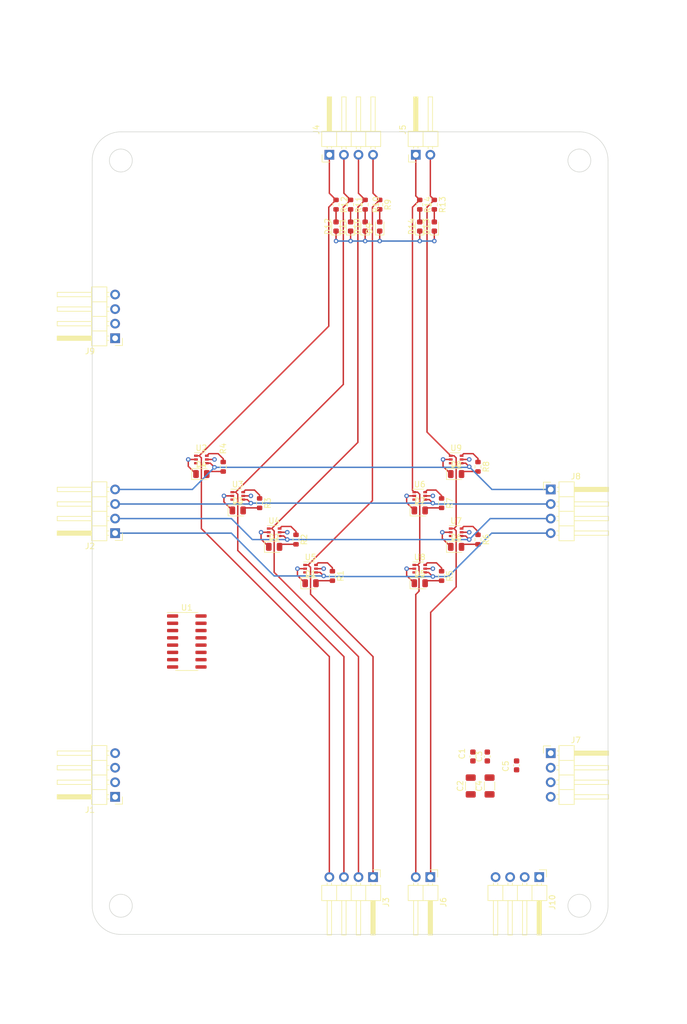
<source format=kicad_pcb>
(kicad_pcb (version 20221018) (generator pcbnew)
  (layers (0 "F.Cu" signal) (31 "B.Cu" signal) (34 "B.Paste" user) (35 "F.Paste" user) (36 "B.SilkS" user "B.Silkscreen") (37 "F.SilkS" user "F.Silkscreen") (38 "B.Mask" user) (39 "F.Mask" user) (44 "Edge.Cuts" user))
  (net 0 "")
  (net 1 "+3.3VP")
  (net 2 "GND")
  (net 3 "+3V3")
  (net 4 "Net-(D1-A)")
  (net 5 "Net-(D2-A)")
  (net 6 "Net-(D3-A)")
  (net 7 "Net-(D4-A)")
  (net 8 "Net-(D5-A)")
  (net 9 "Net-(D6-A)")
  (net 10 "Net-(D7-A)")
  (net 11 "Net-(D8-A)")
  (net 12 "Net-(D9-A)")
  (net 13 "Net-(D10-A)")
  (net 14 "Net-(D11-A)")
  (net 15 "Net-(D12-A)")
  (net 16 "Net-(D13-A)")
  (net 17 "Net-(D14-A)")
  (net 18 "/s_0")
  (net 19 "/s_1")
  (net 20 "/s_2")
  (net 21 "/s_3")
  (net 22 "bus_0")
  (net 23 "bus_1")
  (net 24 "bus_2")
  (net 25 "bus_3")
  (net 26 "prio_1")
  (net 27 "prio_0")
  (net 28 "LATCH")
  (net 29 "MOSI")
  (net 30 "SCLK")
  (net 31 "MISO")
  (net 32 "xp_0")
  (net 33 "xp_1")
  (net 34 "xp_2")
  (net 35 "xp_3")
  (net 36 "xp_4")
  (net 37 "xp_5")
  (net 38 "xp_6")
  (net 39 "xp_7")
  (footprint "Connector_PinHeader_2.54mm:PinHeader_1x04_P2.54mm_Horizontal" (layer "F.Cu") (at 109 170 -90)
    (fp_text reference "J3" (at 4.385 -2.27 90) (layer "F.SilkS"))
    (fp_text value "Conn_01x04")
    (pad "1" thru_hole rect locked (at 0 0 270) (size 1.7 1.7) (drill 1) (layers "*.Cu" "*.Mask") (net 22 "bus_0"))
    (pad "2" thru_hole oval locked (at 0 2.54 270) (size 1.7 1.7) (drill 1) (layers "*.Cu" "*.Mask") (net 23 "bus_1"))
    (pad "3" thru_hole oval locked (at 0 5.08 270) (size 1.7 1.7) (drill 1) (layers "*.Cu" "*.Mask") (net 24 "bus_2"))
    (pad "4" thru_hole oval locked (at 0 7.62 270) (size 1.7 1.7) (drill 1) (layers "*.Cu" "*.Mask") (net 25 "bus_3"))
  )
  (footprint "LED_SMD:LED_0805_2012Metric" (layer "F.Cu") (at 85.4 106.04)
    (fp_text reference "D3" (at 0 -1.65) (layer "F.SilkS"))
    (fp_text value "LED (green)")
    (pad "1" smd roundrect (at -0.9375 0) (size 0.975 1.4) (layers "F.Cu" "F.Paste" "F.Mask") (net 2 "GND"))
    (pad "2" smd roundrect (at 0.9375 0) (size 0.975 1.4) (layers "F.Cu" "F.Paste" "F.Mask") (net 6 "Net-(D3-A)"))
  )
  (footprint "Package_TO_SOT_SMD:SOT-363_SC-70-6" (layer "F.Cu") (at 91.75 109.85)
    (fp_text reference "U4" (at 0 -2) (layer "F.SilkS"))
    (fp_text value "NC7SB3157P6X")
    (pad "1" smd rect (at -0.95 -0.65) (size 0.65 0.4) (layers "F.Cu" "F.Paste" "F.Mask") (net 23 "bus_1"))
    (pad "2" smd rect (at -0.95 0) (size 0.65 0.4) (layers "F.Cu" "F.Paste" "F.Mask") (net 2 "GND"))
    (pad "3" smd rect (at -0.95 0.65) (size 0.65 0.4) (layers "F.Cu" "F.Paste" "F.Mask"))
    (pad "4" smd rect (at 0.95 0.65) (size 0.65 0.4) (layers "F.Cu" "F.Paste" "F.Mask") (net 19 "/s_1"))
    (pad "5" smd rect (at 0.95 0) (size 0.65 0.4) (layers "F.Cu" "F.Paste" "F.Mask") (net 1 "+3.3VP"))
    (pad "6" smd rect (at 0.95 -0.65) (size 0.65 0.4) (layers "F.Cu" "F.Paste" "F.Mask") (net 33 "xp_1"))
  )
  (footprint "Capacitor_SMD:C_0603_1608Metric" (layer "F.Cu") (at 128.935 148.9625 90)
    (fp_text reference "C3" (at 0 -1.43 90) (layer "F.SilkS"))
    (fp_text value "100n")
    (pad "1" smd roundrect (at -0.775 0 90) (size 0.9 0.95) (layers "F.Cu" "F.Paste" "F.Mask") (net 3 "+3V3"))
    (pad "2" smd roundrect (at 0.775 0 90) (size 0.9 0.95) (layers "F.Cu" "F.Paste" "F.Mask") (net 2 "GND"))
  )
  (footprint "LED_SMD:LED_0603_1608Metric" (layer "F.Cu") (at 110.165 56.51 90)
    (fp_text reference "D9" (at -0.3425 -1.805 90) (layer "F.SilkS"))
    (fp_text value "LED (blue)")
    (pad "1" smd roundrect (at -0.7875 0 90) (size 0.875 0.95) (layers "F.Cu" "F.Paste" "F.Mask") (net 2 "GND"))
    (pad "2" smd roundrect (at 0.7875 0 90) (size 0.875 0.95) (layers "F.Cu" "F.Paste" "F.Mask") (net 12 "Net-(D9-A)"))
  )
  (footprint "Resistor_SMD:R_1206_3216Metric" (layer "F.Cu") (at 126.04 154.1075 90)
    (fp_text reference "C2" (at 0 -1.82 90) (layer "F.SilkS"))
    (fp_text value "22u")
    (pad "1" smd roundrect (at -1.4625 0 90) (size 1.125 1.75) (layers "F.Cu" "F.Paste" "F.Mask") (roundrect_rratio 0.222222) (net 1 "+3.3VP"))
    (pad "2" smd roundrect (at 1.4625 0 90) (size 1.125 1.75) (layers "F.Cu" "F.Paste" "F.Mask") (roundrect_rratio 0.222222) (net 2 "GND"))
  )
  (footprint "LED_SMD:LED_0805_2012Metric" (layer "F.Cu") (at 117.15 118.74)
    (fp_text reference "D5" (at 0 -1.65) (layer "F.SilkS"))
    (fp_text value "LED (green)")
    (pad "1" smd roundrect (at -0.9375 0) (size 0.975 1.4) (layers "F.Cu" "F.Paste" "F.Mask") (net 2 "GND"))
    (pad "2" smd roundrect (at 0.9375 0) (size 0.975 1.4) (layers "F.Cu" "F.Paste" "F.Mask") (net 8 "Net-(D5-A)"))
  )
  (footprint "Resistor_SMD:R_0603_1608Metric" (layer "F.Cu") (at 102.545 52.7 -90)
    (fp_text reference "R12" (at 0 -1.43 90) (layer "F.SilkS"))
    (fp_text value "10k")
    (pad "1" smd roundrect (at -0.825 0 270) (size 0.8 0.95) (layers "F.Cu" "F.Paste" "F.Mask") (net 25 "bus_3"))
    (pad "2" smd roundrect (at 0.825 0 270) (size 0.8 0.95) (layers "F.Cu" "F.Paste" "F.Mask") (net 15 "Net-(D12-A)"))
  )
  (footprint "LED_SMD:LED_0805_2012Metric" (layer "F.Cu") (at 79.05 99.69)
    (fp_text reference "D4" (at 0 -1.65) (layer "F.SilkS"))
    (fp_text value "LED (green)")
    (pad "1" smd roundrect (at -0.9375 0) (size 0.975 1.4) (layers "F.Cu" "F.Paste" "F.Mask") (net 2 "GND"))
    (pad "2" smd roundrect (at 0.9375 0) (size 0.975 1.4) (layers "F.Cu" "F.Paste" "F.Mask") (net 7 "Net-(D4-A)"))
  )
  (footprint "Resistor_SMD:R_0603_1608Metric" (layer "F.Cu") (at 127.31 111.12 -90)
    (fp_text reference "R6" (at 0 -1.43 90) (layer "F.SilkS"))
    (fp_text value "10k")
    (pad "1" smd roundrect (at -0.825 0 270) (size 0.8 0.95) (layers "F.Cu" "F.Paste" "F.Mask") (net 37 "xp_5"))
    (pad "2" smd roundrect (at 0.825 0 270) (size 0.8 0.95) (layers "F.Cu" "F.Paste" "F.Mask") (net 9 "Net-(D6-A)"))
  )
  (footprint "Connector_PinHeader_2.54mm:PinHeader_1x02_P2.54mm_Horizontal" (layer "F.Cu") (at 116.46 44 90)
    (fp_text reference "J5" (at 4.385 -2.27 90) (layer "F.SilkS"))
    (fp_text value "Conn_01x02")
    (pad "1" thru_hole rect locked (at 0 0 90) (size 1.7 1.7) (drill 1) (layers "*.Cu" "*.Mask") (net 26 "prio_1"))
    (pad "2" thru_hole oval locked (at 0 2.54 90) (size 1.7 1.7) (drill 1) (layers "*.Cu" "*.Mask") (net 27 "prio_0"))
  )
  (footprint "Resistor_SMD:R_0603_1608Metric" (layer "F.Cu") (at 101.91 117.47 -90)
    (fp_text reference "R1" (at 0 -1.43 90) (layer "F.SilkS"))
    (fp_text value "10k")
    (pad "1" smd roundrect (at -0.825 0 270) (size 0.8 0.95) (layers "F.Cu" "F.Paste" "F.Mask") (net 32 "xp_0"))
    (pad "2" smd roundrect (at 0.825 0 270) (size 0.8 0.95) (layers "F.Cu" "F.Paste" "F.Mask") (net 4 "Net-(D1-A)"))
  )
  (footprint "Resistor_SMD:R_0603_1608Metric" (layer "F.Cu") (at 110.165 52.7 -90)
    (fp_text reference "R9" (at 0 -1.43 90) (layer "F.SilkS"))
    (fp_text value "10k")
    (pad "1" smd roundrect (at -0.825 0 270) (size 0.8 0.95) (layers "F.Cu" "F.Paste" "F.Mask") (net 22 "bus_0"))
    (pad "2" smd roundrect (at 0.825 0 270) (size 0.8 0.95) (layers "F.Cu" "F.Paste" "F.Mask") (net 12 "Net-(D9-A)"))
  )
  (footprint "Resistor_SMD:R_0603_1608Metric" (layer "F.Cu") (at 127.31 98.42 -90)
    (fp_text reference "R8" (at 0 -1.43 90) (layer "F.SilkS"))
    (fp_text value "10k")
    (pad "1" smd roundrect (at -0.825 0 270) (size 0.8 0.95) (layers "F.Cu" "F.Paste" "F.Mask") (net 39 "xp_7"))
    (pad "2" smd roundrect (at 0.825 0 270) (size 0.8 0.95) (layers "F.Cu" "F.Paste" "F.Mask") (net 11 "Net-(D8-A)"))
  )
  (footprint "LED_SMD:LED_0805_2012Metric" (layer "F.Cu") (at 117.15 106.04)
    (fp_text reference "D7" (at 0 -1.65) (layer "F.SilkS"))
    (fp_text value "LED (green)")
    (pad "1" smd roundrect (at -0.9375 0) (size 0.975 1.4) (layers "F.Cu" "F.Paste" "F.Mask") (net 2 "GND"))
    (pad "2" smd roundrect (at 0.9375 0) (size 0.975 1.4) (layers "F.Cu" "F.Paste" "F.Mask") (net 10 "Net-(D7-A)"))
  )
  (footprint "Resistor_SMD:R_0603_1608Metric" (layer "F.Cu") (at 120.96 117.47 -90)
    (fp_text reference "R5" (at 0 -1.43 90) (layer "F.SilkS"))
    (fp_text value "10k")
    (pad "1" smd roundrect (at -0.825 0 270) (size 0.8 0.95) (layers "F.Cu" "F.Paste" "F.Mask") (net 36 "xp_4"))
    (pad "2" smd roundrect (at 0.825 0 270) (size 0.8 0.95) (layers "F.Cu" "F.Paste" "F.Mask") (net 8 "Net-(D5-A)"))
  )
  (footprint "Package_TO_SOT_SMD:SOT-363_SC-70-6" (layer "F.Cu") (at 98.1 116.2)
    (fp_text reference "U5" (at 0 -2) (layer "F.SilkS"))
    (fp_text value "NC7SB3157P6X")
    (pad "1" smd rect (at -0.95 -0.65) (size 0.65 0.4) (layers "F.Cu" "F.Paste" "F.Mask") (net 22 "bus_0"))
    (pad "2" smd rect (at -0.95 0) (size 0.65 0.4) (layers "F.Cu" "F.Paste" "F.Mask") (net 2 "GND"))
    (pad "3" smd rect (at -0.95 0.65) (size 0.65 0.4) (layers "F.Cu" "F.Paste" "F.Mask"))
    (pad "4" smd rect (at 0.95 0.65) (size 0.65 0.4) (layers "F.Cu" "F.Paste" "F.Mask") (net 18 "/s_0"))
    (pad "5" smd rect (at 0.95 0) (size 0.65 0.4) (layers "F.Cu" "F.Paste" "F.Mask") (net 1 "+3.3VP"))
    (pad "6" smd rect (at 0.95 -0.65) (size 0.65 0.4) (layers "F.Cu" "F.Paste" "F.Mask") (net 32 "xp_0"))
  )
  (footprint "Connector_PinHeader_2.54mm:PinHeader_1x04_P2.54mm_Horizontal" (layer "F.Cu") (at 140 148.38)
    (fp_text reference "J7" (at 4.385 -2.27) (layer "F.SilkS"))
    (fp_text value "Conn_01x04")
    (pad "1" thru_hole rect locked (at 0 0) (size 1.7 1.7) (drill 1) (layers "*.Cu" "*.Mask") (net 1 "+3.3VP"))
    (pad "2" thru_hole oval locked (at 0 2.54) (size 1.7 1.7) (drill 1) (layers "*.Cu" "*.Mask") (net 2 "GND"))
    (pad "3" thru_hole oval locked (at 0 5.08) (size 1.7 1.7) (drill 1) (layers "*.Cu" "*.Mask") (net 2 "GND"))
    (pad "4" thru_hole oval locked (at 0 7.62) (size 1.7 1.7) (drill 1) (layers "*.Cu" "*.Mask") (net 3 "+3V3"))
  )
  (footprint "Connector_PinHeader_2.54mm:PinHeader_1x04_P2.54mm_Horizontal" (layer "F.Cu") (at 64 156 180)
    (fp_text reference "J1" (at 4.385 -2.27) (layer "F.SilkS"))
    (fp_text value "Conn_01x04")
    (pad "1" thru_hole rect locked (at 0 0 180) (size 1.7 1.7) (drill 1) (layers "*.Cu" "*.Mask") (net 3 "+3V3"))
    (pad "2" thru_hole oval locked (at 0 2.54 180) (size 1.7 1.7) (drill 1) (layers "*.Cu" "*.Mask") (net 2 "GND"))
    (pad "3" thru_hole oval locked (at 0 5.08 180) (size 1.7 1.7) (drill 1) (layers "*.Cu" "*.Mask") (net 2 "GND"))
    (pad "4" thru_hole oval locked (at 0 7.62 180) (size 1.7 1.7) (drill 1) (layers "*.Cu" "*.Mask") (net 1 "+3.3VP"))
  )
  (footprint "Connector_PinHeader_2.54mm:PinHeader_1x04_P2.54mm_Horizontal" (layer "F.Cu") (at 64 76 180)
    (fp_text reference "J9" (at 4.385 -2.27) (layer "F.SilkS"))
    (fp_text value "Conn_01x04")
    (pad "1" thru_hole rect locked (at 0 0 180) (size 1.7 1.7) (drill 1) (layers "*.Cu" "*.Mask") (net 2 "GND"))
    (pad "2" thru_hole oval locked (at 0 2.54 180) (size 1.7 1.7) (drill 1) (layers "*.Cu" "*.Mask") (net 28 "LATCH"))
    (pad "3" thru_hole oval locked (at 0 5.08 180) (size 1.7 1.7) (drill 1) (layers "*.Cu" "*.Mask") (net 29 "MOSI"))
    (pad "4" thru_hole oval locked (at 0 7.62 180) (size 1.7 1.7) (drill 1) (layers "*.Cu" "*.Mask") (net 30 "SCLK"))
  )
  (footprint "LED_SMD:LED_0805_2012Metric" (layer "F.Cu") (at 123.5 112.39)
    (fp_text reference "D6" (at 0 -1.65) (layer "F.SilkS"))
    (fp_text value "LED (green)")
    (pad "1" smd roundrect (at -0.9375 0) (size 0.975 1.4) (layers "F.Cu" "F.Paste" "F.Mask") (net 2 "GND"))
    (pad "2" smd roundrect (at 0.9375 0) (size 0.975 1.4) (layers "F.Cu" "F.Paste" "F.Mask") (net 9 "Net-(D6-A)"))
  )
  (footprint "LED_SMD:LED_0805_2012Metric" (layer "F.Cu") (at 98.1 118.74)
    (fp_text reference "D1" (at 0 -1.65) (layer "F.SilkS"))
    (fp_text value "LED (green)")
    (pad "1" smd roundrect (at -0.9375 0) (size 0.975 1.4) (layers "F.Cu" "F.Paste" "F.Mask") (net 2 "GND"))
    (pad "2" smd roundrect (at 0.9375 0) (size 0.975 1.4) (layers "F.Cu" "F.Paste" "F.Mask") (net 4 "Net-(D1-A)"))
  )
  (footprint "Package_TO_SOT_SMD:SOT-363_SC-70-6" (layer "F.Cu") (at 123.5 97.15)
    (fp_text reference "U9" (at 0 -2) (layer "F.SilkS"))
    (fp_text value "NC7SB3157P6X")
    (pad "1" smd rect (at -0.95 -0.65) (size 0.65 0.4) (layers "F.Cu" "F.Paste" "F.Mask") (net 27 "prio_0"))
    (pad "2" smd rect (at -0.95 0) (size 0.65 0.4) (layers "F.Cu" "F.Paste" "F.Mask") (net 2 "GND"))
    (pad "3" smd rect (at -0.95 0.65) (size 0.65 0.4) (layers "F.Cu" "F.Paste" "F.Mask"))
    (pad "4" smd rect (at 0.95 0.65) (size 0.65 0.4) (layers "F.Cu" "F.Paste" "F.Mask") (net 21 "/s_3"))
    (pad "5" smd rect (at 0.95 0) (size 0.65 0.4) (layers "F.Cu" "F.Paste" "F.Mask") (net 1 "+3.3VP"))
    (pad "6" smd rect (at 0.95 -0.65) (size 0.65 0.4) (layers "F.Cu" "F.Paste" "F.Mask") (net 39 "xp_7"))
  )
  (footprint "Resistor_SMD:R_0603_1608Metric" (layer "F.Cu") (at 105.085 52.7 -90)
    (fp_text reference "R11" (at 0 -1.43 90) (layer "F.SilkS"))
    (fp_text value "10k")
    (pad "1" smd roundrect (at -0.825 0 270) (size 0.8 0.95) (layers "F.Cu" "F.Paste" "F.Mask") (net 24 "bus_2"))
    (pad "2" smd roundrect (at 0.825 0 270) (size 0.8 0.95) (layers "F.Cu" "F.Paste" "F.Mask") (net 14 "Net-(D11-A)"))
  )
  (footprint "Resistor_SMD:R_0603_1608Metric" (layer "F.Cu") (at 107.625 52.7 -90)
    (fp_text reference "R10" (at 0 -1.895 90) (layer "F.SilkS"))
    (fp_text value "10k")
    (pad "1" smd roundrect (at -0.825 0 270) (size 0.8 0.95) (layers "F.Cu" "F.Paste" "F.Mask") (net 23 "bus_1"))
    (pad "2" smd roundrect (at 0.825 0 270) (size 0.8 0.95) (layers "F.Cu" "F.Paste" "F.Mask") (net 13 "Net-(D10-A)"))
  )
  (footprint "LED_SMD:LED_0805_2012Metric" (layer "F.Cu") (at 123.5 99.69)
    (fp_text reference "D8" (at 0 -1.65) (layer "F.SilkS"))
    (fp_text value "LED (green)")
    (pad "1" smd roundrect (at -0.9375 0) (size 0.975 1.4) (layers "F.Cu" "F.Paste" "F.Mask") (net 2 "GND"))
    (pad "2" smd roundrect (at 0.9375 0) (size 0.975 1.4) (layers "F.Cu" "F.Paste" "F.Mask") (net 11 "Net-(D8-A)"))
  )
  (footprint "Resistor_SMD:R_0603_1608Metric" (layer "F.Cu") (at 119.69 52.7 -90)
    (fp_text reference "R13" (at 0 -1.43 90) (layer "F.SilkS"))
    (fp_text value "10k")
    (pad "1" smd roundrect (at -0.825 0 270) (size 0.8 0.95) (layers "F.Cu" "F.Paste" "F.Mask") (net 27 "prio_0"))
    (pad "2" smd roundrect (at 0.825 0 270) (size 0.8 0.95) (layers "F.Cu" "F.Paste" "F.Mask") (net 16 "Net-(D13-A)"))
  )
  (footprint "Resistor_SMD:R_1206_3216Metric" (layer "F.Cu") (at 129.33 154.1075 90)
    (fp_text reference "C4" (at 0 -1.82 90) (layer "F.SilkS"))
    (fp_text value "22u")
    (pad "1" smd roundrect (at -1.4625 0 90) (size 1.125 1.75) (layers "F.Cu" "F.Paste" "F.Mask") (roundrect_rratio 0.222222) (net 3 "+3V3"))
    (pad "2" smd roundrect (at 1.4625 0 90) (size 1.125 1.75) (layers "F.Cu" "F.Paste" "F.Mask") (roundrect_rratio 0.222222) (net 2 "GND"))
  )
  (footprint "Connector_PinHeader_2.54mm:PinHeader_1x04_P2.54mm_Horizontal" (layer "F.Cu") (at 64 110 180)
    (fp_text reference "J2" (at 4.385 -2.27) (layer "F.SilkS"))
    (fp_text value "Conn_01x04")
    (pad "1" thru_hole rect locked (at 0 0 180) (size 1.7 1.7) (drill 1) (layers "*.Cu" "*.Mask") (net 18 "/s_0"))
    (pad "2" thru_hole oval locked (at 0 2.54 180) (size 1.7 1.7) (drill 1) (layers "*.Cu" "*.Mask") (net 19 "/s_1"))
    (pad "3" thru_hole oval locked (at 0 5.08 180) (size 1.7 1.7) (drill 1) (layers "*.Cu" "*.Mask") (net 20 "/s_2"))
    (pad "4" thru_hole oval locked (at 0 7.62 180) (size 1.7 1.7) (drill 1) (layers "*.Cu" "*.Mask") (net 21 "/s_3"))
  )
  (footprint "LED_SMD:LED_0603_1608Metric" (layer "F.Cu") (at 102.545 56.51 90)
    (fp_text reference "D12" (at 0 -1.43 90) (layer "F.SilkS"))
    (fp_text value "LED (blue)")
    (pad "1" smd roundrect (at -0.7875 0 90) (size 0.875 0.95) (layers "F.Cu" "F.Paste" "F.Mask") (net 2 "GND"))
    (pad "2" smd roundrect (at 0.7875 0 90) (size 0.875 0.95) (layers "F.Cu" "F.Paste" "F.Mask") (net 15 "Net-(D12-A)"))
  )
  (footprint "Package_TO_SOT_SMD:SOT-363_SC-70-6" (layer "F.Cu") (at 123.5 109.85)
    (fp_text reference "U7" (at 0 -2) (layer "F.SilkS"))
    (fp_text value "NC7SB3157P6X")
    (pad "1" smd rect (at -0.95 -0.65) (size 0.65 0.4) (layers "F.Cu" "F.Paste" "F.Mask") (net 27 "prio_0"))
    (pad "2" smd rect (at -0.95 0) (size 0.65 0.4) (layers "F.Cu" "F.Paste" "F.Mask") (net 2 "GND"))
    (pad "3" smd rect (at -0.95 0.65) (size 0.65 0.4) (layers "F.Cu" "F.Paste" "F.Mask"))
    (pad "4" smd rect (at 0.95 0.65) (size 0.65 0.4) (layers "F.Cu" "F.Paste" "F.Mask") (net 19 "/s_1"))
    (pad "5" smd rect (at 0.95 0) (size 0.65 0.4) (layers "F.Cu" "F.Paste" "F.Mask") (net 1 "+3.3VP"))
    (pad "6" smd rect (at 0.95 -0.65) (size 0.65 0.4) (layers "F.Cu" "F.Paste" "F.Mask") (net 37 "xp_5"))
  )
  (footprint "Capacitor_SMD:C_0603_1608Metric" (layer "F.Cu") (at 126.425 148.9625 90)
    (fp_text reference "C1" (at 0.495 -1.905 90) (layer "F.SilkS"))
    (fp_text value "100n")
    (pad "1" smd roundrect (at -0.775 0 90) (size 0.9 0.95) (layers "F.Cu" "F.Paste" "F.Mask") (net 1 "+3.3VP"))
    (pad "2" smd roundrect (at 0.775 0 90) (size 0.9 0.95) (layers "F.Cu" "F.Paste" "F.Mask") (net 2 "GND"))
  )
  (footprint "Package_TO_SOT_SMD:SOT-363_SC-70-6" (layer "F.Cu") (at 117.15 116.2)
    (fp_text reference "U8" (at 0 -2) (layer "F.SilkS"))
    (fp_text value "NC7SB3157P6X")
    (pad "1" smd rect (at -0.95 -0.65) (size 0.65 0.4) (layers "F.Cu" "F.Paste" "F.Mask") (net 26 "prio_1"))
    (pad "2" smd rect (at -0.95 0) (size 0.65 0.4) (layers "F.Cu" "F.Paste" "F.Mask") (net 2 "GND"))
    (pad "3" smd rect (at -0.95 0.65) (size 0.65 0.4) (layers "F.Cu" "F.Paste" "F.Mask"))
    (pad "4" smd rect (at 0.95 0.65) (size 0.65 0.4) (layers "F.Cu" "F.Paste" "F.Mask") (net 18 "/s_0"))
    (pad "5" smd rect (at 0.95 0) (size 0.65 0.4) (layers "F.Cu" "F.Paste" "F.Mask") (net 1 "+3.3VP"))
    (pad "6" smd rect (at 0.95 -0.65) (size 0.65 0.4) (layers "F.Cu" "F.Paste" "F.Mask") (net 36 "xp_4"))
  )
  (footprint "LED_SMD:LED_0603_1608Metric" (layer "F.Cu") (at 107.625 56.51 90)
    (fp_text reference "D10" (at 0 -1.43 90) (layer "F.SilkS"))
    (fp_text value "LED (blue)")
    (pad "1" smd roundrect (at -0.7875 0 90) (size 0.875 0.95) (layers "F.Cu" "F.Paste" "F.Mask") (net 2 "GND"))
    (pad "2" smd roundrect (at 0.7875 0 90) (size 0.875 0.95) (layers "F.Cu" "F.Paste" "F.Mask") (net 13 "Net-(D10-A)"))
  )
  (footprint "LED_SMD:LED_0603_1608Metric" (layer "F.Cu") (at 119.69 56.51 90)
    (fp_text reference "D13" (at 0 -1.43 90) (layer "F.SilkS"))
    (fp_text value "LED (blue)")
    (pad "1" smd roundrect (at -0.7875 0 90) (size 0.875 0.95) (layers "F.Cu" "F.Paste" "F.Mask") (net 2 "GND"))
    (pad "2" smd roundrect (at 0.7875 0 90) (size 0.875 0.95) (layers "F.Cu" "F.Paste" "F.Mask") (net 16 "Net-(D13-A)"))
  )
  (footprint "Connector_PinHeader_2.54mm:PinHeader_1x04_P2.54mm_Horizontal" (layer "F.Cu") (at 138 170 -90)
    (fp_text reference "J10" (at 4.385 -2.27 90) (layer "F.SilkS"))
    (fp_text value "Conn_01x04")
    (pad "1" thru_hole rect locked (at 0 0 270) (size 1.7 1.7) (drill 1) (layers "*.Cu" "*.Mask") (net 2 "GND"))
    (pad "2" thru_hole oval locked (at 0 2.54 270) (size 1.7 1.7) (drill 1) (layers "*.Cu" "*.Mask") (net 28 "LATCH"))
    (pad "3" thru_hole oval locked (at 0 5.08 270) (size 1.7 1.7) (drill 1) (layers "*.Cu" "*.Mask") (net 31 "MISO"))
    (pad "4" thru_hole oval locked (at 0 7.62 270) (size 1.7 1.7) (drill 1) (layers "*.Cu" "*.Mask") (net 30 "SCLK"))
  )
  (footprint "Package_TO_SOT_SMD:SOT-363_SC-70-6" (layer "F.Cu") (at 117.15 103.5)
    (fp_text reference "U6" (at 0 -2) (layer "F.SilkS"))
    (fp_text value "NC7SB3157P6X")
    (pad "1" smd rect (at -0.95 -0.65) (size 0.65 0.4) (layers "F.Cu" "F.Paste" "F.Mask") (net 26 "prio_1"))
    (pad "2" smd rect (at -0.95 0) (size 0.65 0.4) (layers "F.Cu" "F.Paste" "F.Mask") (net 2 "GND"))
    (pad "3" smd rect (at -0.95 0.65) (size 0.65 0.4) (layers "F.Cu" "F.Paste" "F.Mask"))
    (pad "4" smd rect (at 0.95 0.65) (size 0.65 0.4) (layers "F.Cu" "F.Paste" "F.Mask") (net 20 "/s_2"))
    (pad "5" smd rect (at 0.95 0) (size 0.65 0.4) (layers "F.Cu" "F.Paste" "F.Mask") (net 1 "+3.3VP"))
    (pad "6" smd rect (at 0.95 -0.65) (size 0.65 0.4) (layers "F.Cu" "F.Paste" "F.Mask") (net 38 "xp_6"))
  )
  (footprint "Resistor_SMD:R_0603_1608Metric" (layer "F.Cu") (at 89.21 104.77 -90)
    (fp_text reference "R3" (at 0 -1.43 90) (layer "F.SilkS"))
    (fp_text value "10k")
    (pad "1" smd roundrect (at -0.825 0 270) (size 0.8 0.95) (layers "F.Cu" "F.Paste" "F.Mask") (net 34 "xp_2"))
    (pad "2" smd roundrect (at 0.825 0 270) (size 0.8 0.95) (layers "F.Cu" "F.Paste" "F.Mask") (net 6 "Net-(D3-A)"))
  )
  (footprint "Capacitor_SMD:C_0603_1608Metric" (layer "F.Cu") (at 134.045 150.5125 90)
    (fp_text reference "C5" (at -0.14 -1.905 90) (layer "F.SilkS"))
    (fp_text value "100n")
    (pad "1" smd roundrect (at -0.775 0 90) (size 0.9 0.95) (layers "F.Cu" "F.Paste" "F.Mask") (net 1 "+3.3VP"))
    (pad "2" smd roundrect (at 0.775 0 90) (size 0.9 0.95) (layers "F.Cu" "F.Paste" "F.Mask") (net 2 "GND"))
  )
  (footprint "LED_SMD:LED_0805_2012Metric" (layer "F.Cu") (at 91.75 112.39)
    (fp_text reference "D2" (at 0 -1.65) (layer "F.SilkS"))
    (fp_text value "LED (green)")
    (pad "1" smd roundrect (at -0.9375 0) (size 0.975 1.4) (layers "F.Cu" "F.Paste" "F.Mask") (net 2 "GND"))
    (pad "2" smd roundrect (at 0.9375 0) (size 0.975 1.4) (layers "F.Cu" "F.Paste" "F.Mask") (net 5 "Net-(D2-A)"))
  )
  (footprint "LED_SMD:LED_0603_1608Metric" (layer "F.Cu") (at 117.15 56.51 90)
    (fp_text reference "D14" (at 0 -1.43 90) (layer "F.SilkS"))
    (fp_text value "LED (blue)")
    (pad "1" smd roundrect (at -0.7875 0 90) (size 0.875 0.95) (layers "F.Cu" "F.Paste" "F.Mask") (net 2 "GND"))
    (pad "2" smd roundrect (at 0.7875 0 90) (size 0.875 0.95) (layers "F.Cu" "F.Paste" "F.Mask") (net 17 "Net-(D14-A)"))
  )
  (footprint "Resistor_SMD:R_0603_1608Metric" (layer "F.Cu") (at 120.96 104.77 -90)
    (fp_text reference "R7" (at 0 -1.43 90) (layer "F.SilkS"))
    (fp_text value "10k")
    (pad "1" smd roundrect (at -0.825 0 270) (size 0.8 0.95) (layers "F.Cu" "F.Paste" "F.Mask") (net 38 "xp_6"))
    (pad "2" smd roundrect (at 0.825 0 270) (size 0.8 0.95) (layers "F.Cu" "F.Paste" "F.Mask") (net 10 "Net-(D7-A)"))
  )
  (footprint "Package_TO_SOT_SMD:SOT-363_SC-70-6" (layer "F.Cu") (at 85.4 103.5)
    (fp_text reference "U3" (at 0 -2) (layer "F.SilkS"))
    (fp_text value "NC7SB3157P6X")
    (pad "1" smd rect (at -0.95 -0.65) (size 0.65 0.4) (layers "F.Cu" "F.Paste" "F.Mask") (net 24 "bus_2"))
    (pad "2" smd rect (at -0.95 0) (size 0.65 0.4) (layers "F.Cu" "F.Paste" "F.Mask") (net 2 "GND"))
    (pad "3" smd rect (at -0.95 0.65) (size 0.65 0.4) (layers "F.Cu" "F.Paste" "F.Mask"))
    (pad "4" smd rect (at 0.95 0.65) (size 0.65 0.4) (layers "F.Cu" "F.Paste" "F.Mask") (net 20 "/s_2"))
    (pad "5" smd rect (at 0.95 0) (size 0.65 0.4) (layers "F.Cu" "F.Paste" "F.Mask") (net 1 "+3.3VP"))
    (pad "6" smd rect (at 0.95 -0.65) (size 0.65 0.4) (layers "F.Cu" "F.Paste" "F.Mask") (net 34 "xp_2"))
  )
  (footprint "Connector_PinHeader_2.54mm:PinHeader_1x04_P2.54mm_Horizontal" (layer "F.Cu") (at 101.38 44 90)
    (fp_text reference "J4" (at 4.385 -2.27 90) (layer "F.SilkS"))
    (fp_text value "Conn_01x04")
    (pad "1" thru_hole rect locked (at 0 0 90) (size 1.7 1.7) (drill 1) (layers "*.Cu" "*.Mask") (net 25 "bus_3"))
    (pad "2" thru_hole oval locked (at 0 2.54 90) (size 1.7 1.7) (drill 1) (layers "*.Cu" "*.Mask") (net 24 "bus_2"))
    (pad "3" thru_hole oval locked (at 0 5.08 90) (size 1.7 1.7) (drill 1) (layers "*.Cu" "*.Mask") (net 23 "bus_1"))
    (pad "4" thru_hole oval locked (at 0 7.62 90) (size 1.7 1.7) (drill 1) (layers "*.Cu" "*.Mask") (net 22 "bus_0"))
  )
  (footprint "Connector_PinHeader_2.54mm:PinHeader_1x02_P2.54mm_Horizontal" (layer "F.Cu") (at 119 170 -90)
    (fp_text reference "J6" (at 4.385 -2.27 90) (layer "F.SilkS"))
    (fp_text value "Conn_01x02")
    (pad "1" thru_hole rect locked (at 0 0 270) (size 1.7 1.7) (drill 1) (layers "*.Cu" "*.Mask") (net 27 "prio_0"))
    (pad "2" thru_hole oval locked (at 0 2.54 270) (size 1.7 1.7) (drill 1) (layers "*.Cu" "*.Mask") (net 26 "prio_1"))
  )
  (footprint "Package_TO_SOT_SMD:SOT-363_SC-70-6" (layer "F.Cu") (at 79.05 97.15)
    (fp_text reference "U2" (at 0 -2) (layer "F.SilkS"))
    (fp_text value "NC7SB3157P6X")
    (pad "1" smd rect (at -0.95 -0.65) (size 0.65 0.4) (layers "F.Cu" "F.Paste" "F.Mask") (net 25 "bus_3"))
    (pad "2" smd rect (at -0.95 0) (size 0.65 0.4) (layers "F.Cu" "F.Paste" "F.Mask") (net 2 "GND"))
    (pad "3" smd rect (at -0.95 0.65) (size 0.65 0.4) (layers "F.Cu" "F.Paste" "F.Mask"))
    (pad "4" smd rect (at 0.95 0.65) (size 0.65 0.4) (layers "F.Cu" "F.Paste" "F.Mask") (net 21 "/s_3"))
    (pad "5" smd rect (at 0.95 0) (size 0.65 0.4) (layers "F.Cu" "F.Paste" "F.Mask") (net 1 "+3.3VP"))
    (pad "6" smd rect (at 0.95 -0.65) (size 0.65 0.4) (layers "F.Cu" "F.Paste" "F.Mask") (net 35 "xp_3"))
  )
  (footprint "Connector_PinHeader_2.54mm:PinHeader_1x04_P2.54mm_Horizontal" (layer "F.Cu") (at 140 102.38)
    (fp_text reference "J8" (at 4.385 -2.27) (layer "F.SilkS"))
    (fp_text value "Conn_01x04")
    (pad "1" thru_hole rect locked (at 0 0) (size 1.7 1.7) (drill 1) (layers "*.Cu" "*.Mask") (net 21 "/s_3"))
    (pad "2" thru_hole oval locked (at 0 2.54) (size 1.7 1.7) (drill 1) (layers "*.Cu" "*.Mask") (net 20 "/s_2"))
    (pad "3" thru_hole oval locked (at 0 5.08) (size 1.7 1.7) (drill 1) (layers "*.Cu" "*.Mask") (net 19 "/s_1"))
    (pad "4" thru_hole oval locked (at 0 7.62) (size 1.7 1.7) (drill 1) (layers "*.Cu" "*.Mask") (net 18 "/s_0"))
  )
  (footprint "Resistor_SMD:R_0603_1608Metric" (layer "F.Cu") (at 82.86 98.42 -90)
    (fp_text reference "R4" (at -3.175 0 90) (layer "F.SilkS"))
    (fp_text value "10k")
    (pad "1" smd roundrect (at -0.825 0 270) (size 0.8 0.95) (layers "F.Cu" "F.Paste" "F.Mask") (net 35 "xp_3"))
    (pad "2" smd roundrect (at 0.825 0 270) (size 0.8 0.95) (layers "F.Cu" "F.Paste" "F.Mask") (net 7 "Net-(D4-A)"))
  )
  (footprint "Package_SO:SOIC-16_3.9x9.9mm_P1.27mm" (layer "F.Cu") (at 76.51 128.9)
    (fp_text reference "U1" (at 0 -5.9) (layer "F.SilkS"))
    (fp_text value "74HC595")
    (pad "1" smd roundrect (at -2.475 -4.445) (size 1.95 0.6) (layers "F.Cu" "F.Paste" "F.Mask") (net 33 "xp_1"))
    (pad "2" smd roundrect (at -2.475 -3.175) (size 1.95 0.6) (layers "F.Cu" "F.Paste" "F.Mask") (net 34 "xp_2"))
    (pad "3" smd roundrect (at -2.475 -1.905) (size 1.95 0.6) (layers "F.Cu" "F.Paste" "F.Mask") (net 35 "xp_3"))
    (pad "4" smd roundrect (at -2.475 -0.635) (size 1.95 0.6) (layers "F.Cu" "F.Paste" "F.Mask") (net 36 "xp_4"))
    (pad "5" smd roundrect (at -2.475 0.635) (size 1.95 0.6) (layers "F.Cu" "F.Paste" "F.Mask") (net 37 "xp_5"))
    (pad "6" smd roundrect (at -2.475 1.905) (size 1.95 0.6) (layers "F.Cu" "F.Paste" "F.Mask") (net 38 "xp_6"))
    (pad "7" smd roundrect (at -2.475 3.175) (size 1.95 0.6) (layers "F.Cu" "F.Paste" "F.Mask") (net 39 "xp_7"))
    (pad "8" smd roundrect (at -2.475 4.445) (size 1.95 0.6) (layers "F.Cu" "F.Paste" "F.Mask") (net 2 "GND"))
    (pad "9" smd roundrect (at 2.475 4.445) (size 1.95 0.6) (layers "F.Cu" "F.Paste" "F.Mask") (net 31 "MISO"))
    (pad "10" smd roundrect (at 2.475 3.175) (size 1.95 0.6) (layers "F.Cu" "F.Paste" "F.Mask") (net 1 "+3.3VP"))
    (pad "11" smd roundrect (at 2.475 1.905) (size 1.95 0.6) (layers "F.Cu" "F.Paste" "F.Mask") (net 30 "SCLK"))
    (pad "12" smd roundrect (at 2.475 0.635) (size 1.95 0.6) (layers "F.Cu" "F.Paste" "F.Mask") (net 28 "LATCH"))
    (pad "13" smd roundrect (at 2.475 -0.635) (size 1.95 0.6) (layers "F.Cu" "F.Paste" "F.Mask") (net 2 "GND"))
    (pad "14" smd roundrect (at 2.475 -1.905) (size 1.95 0.6) (layers "F.Cu" "F.Paste" "F.Mask") (net 29 "MOSI"))
    (pad "15" smd roundrect (at 2.475 -3.175) (size 1.95 0.6) (layers "F.Cu" "F.Paste" "F.Mask") (net 32 "xp_0"))
    (pad "16" smd roundrect (at 2.475 -4.445) (size 1.95 0.6) (layers "F.Cu" "F.Paste" "F.Mask") (net 1 "+3.3VP"))
  )
  (footprint "LED_SMD:LED_0603_1608Metric" (layer "F.Cu") (at 105.085 56.51 90)
    (fp_text reference "D11" (at 0 -1.43 90) (layer "F.SilkS"))
    (fp_text value "LED (blue)")
    (pad "1" smd roundrect (at -0.7875 0 90) (size 0.875 0.95) (layers "F.Cu" "F.Paste" "F.Mask") (net 2 "GND"))
    (pad "2" smd roundrect (at 0.7875 0 90) (size 0.875 0.95) (layers "F.Cu" "F.Paste" "F.Mask") (net 14 "Net-(D11-A)"))
  )
  (footprint "Resistor_SMD:R_0603_1608Metric" (layer "F.Cu") (at 117.15 52.7 -90)
    (fp_text reference "R14" (at 0 -1.43 90) (layer "F.SilkS"))
    (fp_text value "10k")
    (pad "1" smd roundrect (at -0.825 0 270) (size 0.8 0.95) (layers "F.Cu" "F.Paste" "F.Mask") (net 26 "prio_1"))
    (pad "2" smd roundrect (at 0.825 0 270) (size 0.8 0.95) (layers "F.Cu" "F.Paste" "F.Mask") (net 17 "Net-(D14-A)"))
  )
  (footprint "Resistor_SMD:R_0603_1608Metric" (layer "F.Cu") (at 95.56 111.12 -90)
    (fp_text reference "R2" (at 0 -1.43 90) (layer "F.SilkS"))
    (fp_text value "10k")
    (pad "1" smd roundrect (at -0.825 0 270) (size 0.8 0.95) (layers "F.Cu" "F.Paste" "F.Mask") (net 33 "xp_1"))
    (pad "2" smd roundrect (at 0.825 0 270) (size 0.8 0.95) (layers "F.Cu" "F.Paste" "F.Mask") (net 5 "Net-(D2-A)"))
  )
  (gr_arc (start 60 45) (mid 61.464466 41.464466) (end 65 40) (stroke (width 0.1)) (layer "Edge.Cuts"))
  (gr_arc (start 145 40) (mid 148.535534 41.464466) (end 150 45) (stroke (width 0.1)) (layer "Edge.Cuts"))
  (gr_circle (center 145 175) (end 145 177) (stroke (width 0.1)) (fill none) (layer "Edge.Cuts"))
  (gr_line (start 60 175) (end 60 45) (stroke (width 0.1)) (layer "Edge.Cuts"))
  (gr_line (start 145 180) (end 65 180) (stroke (width 0.1)) (layer "Edge.Cuts"))
  (gr_arc (start 65 180) (mid 61.464466 178.535534) (end 60 175) (stroke (width 0.1)) (layer "Edge.Cuts"))
  (gr_line (start 145 40) (end 65 40) (stroke (width 0.1)) (layer "Edge.Cuts"))
  (gr_circle (center 65 175) (end 63 175) (stroke (width 0.1)) (fill none) (layer "Edge.Cuts"))
  (gr_line (start 150 175) (end 150 45) (stroke (width 0.1)) (layer "Edge.Cuts"))
  (gr_arc (start 150 175) (mid 148.535534 178.535534) (end 145 180) (stroke (width 0.1)) (layer "Edge.Cuts"))
  (gr_circle (center 65 45) (end 67 45) (stroke (width 0.1)) (fill none) (layer "Edge.Cuts"))
  (gr_circle (center 145 45) (end 147 45) (stroke (width 0.1)) (fill none) (layer "Edge.Cuts"))
  (segment (start 118.1 116.2) (end 119.436 116.2) (width 0.25) (layer "F.Cu") (net 1))
  (segment (start 86.35 103.5) (end 87.686 103.5) (width 0.25) (layer "F.Cu") (net 1))
  (segment (start 124.45 109.85) (end 125.786 109.85) (width 0.25) (layer "F.Cu") (net 1))
  (segment (start 124.45 97.15) (end 125.786 97.15) (width 0.25) (layer "F.Cu") (net 1))
  (segment (start 118.1 103.5) (end 119.436 103.5) (width 0.25) (layer "F.Cu") (net 1))
  (segment (start 92.7 109.85) (end 94.036 109.85) (width 0.25) (layer "F.Cu") (net 1))
  (segment (start 99.05 116.2) (end 100.386 116.2) (width 0.25) (layer "F.Cu") (net 1))
  (segment (start 80 97.15) (end 81.336 97.15) (width 0.25) (layer "F.Cu") (net 1))
  (via (at 119.436 103.5) (size 0.8) (drill 0.4) (layers "F.Cu" "B.Cu") (net 1))
  (via (at 119.436 116.2) (size 0.8) (drill 0.4) (layers "F.Cu" "B.Cu") (net 1))
  (via (at 94.036 109.85) (size 0.8) (drill 0.4) (layers "F.Cu" "B.Cu") (net 1))
  (via (at 100.386 116.2) (size 0.8) (drill 0.4) (layers "F.Cu" "B.Cu") (net 1))
  (via (at 87.686 103.5) (size 0.8) (drill 0.4) (layers "F.Cu" "B.Cu") (net 1))
  (via (at 81.336 97.15) (size 0.8) (drill 0.4) (layers "F.Cu" "B.Cu") (net 1))
  (via (at 125.786 109.85) (size 0.8) (drill 0.4) (layers "F.Cu" "B.Cu") (net 1))
  (via (at 125.786 97.15) (size 0.8) (drill 0.4) (layers "F.Cu" "B.Cu") (net 1))
  (segment (start 114.864 117.3915) (end 114.864 116.2) (width 0.25) (layer "F.Cu") (net 2))
  (segment (start 116.2125 106.04) (end 114.864 104.6915) (width 0.25) (layer "F.Cu") (net 2))
  (segment (start 90.8125 112.39) (end 89.464 111.0415) (width 0.25) (layer "F.Cu") (net 2))
  (segment (start 97.1625 118.74) (end 95.814 117.3915) (width 0.25) (layer "F.Cu") (net 2))
  (segment (start 110.165 57.2975) (end 110.165 59.05) (width 0.25) (layer "F.Cu") (net 2))
  (segment (start 97.15 116.2) (end 95.814 116.2) (width 0.25) (layer "F.Cu") (net 2))
  (segment (start 119.69 57.2975) (end 119.69 59.05) (width 0.25) (layer "F.Cu") (net 2))
  (segment (start 89.464 111.0415) (end 89.464 109.85) (width 0.25) (layer "F.Cu") (net 2))
  (segment (start 76.764 98.3415) (end 76.764 97.15) (width 0.25) (layer "F.Cu") (net 2))
  (segment (start 122.5625 99.69) (end 121.214 98.3415) (width 0.25) (layer "F.Cu") (net 2))
  (segment (start 78.1125 99.69) (end 76.764 98.3415) (width 0.25) (layer "F.Cu") (net 2))
  (segment (start 84.45 103.5) (end 82.987 103.5) (width 0.25) (layer "F.Cu") (net 2))
  (segment (start 122.55 97.15) (end 121.214 97.15) (width 0.25) (layer "F.Cu") (net 2))
  (segment (start 89.464 109.85) (end 90.8 109.85) (width 0.25) (layer "F.Cu") (net 2))
  (segment (start 114.864 104.6915) (end 114.864 103.5) (width 0.25) (layer "F.Cu") (net 2))
  (segment (start 105.085 57.2975) (end 105.085 59.05) (width 0.25) (layer "F.Cu") (net 2))
  (segment (start 122.5625 112.39) (end 121.087 110.9145) (width 0.25) (layer "F.Cu") (net 2))
  (segment (start 116.2 103.5) (end 114.864 103.5) (width 0.25) (layer "F.Cu") (net 2))
  (segment (start 122.55 109.85) (end 121.087 109.85) (width 0.25) (layer "F.Cu") (net 2))
  (segment (start 78.1 97.15) (end 76.764 97.15) (width 0.25) (layer "F.Cu") (net 2))
  (segment (start 116.2 116.2) (end 114.864 116.2) (width 0.25) (layer "F.Cu") (net 2))
  (segment (start 102.545 57.2975) (end 102.545 59.05) (width 0.25) (layer "F.Cu") (net 2))
  (segment (start 107.625 57.2975) (end 107.625 59.05) (width 0.25) (layer "F.Cu") (net 2))
  (segment (start 116.2125 118.74) (end 114.864 117.3915) (width 0.25) (layer "F.Cu") (net 2))
  (segment (start 82.987 104.5645) (end 82.987 103.5) (width 0.25) (layer "F.Cu") (net 2))
  (segment (start 95.814 117.3915) (end 95.814 116.2) (width 0.25) (layer "F.Cu") (net 2))
  (segment (start 117.15 57.2975) (end 117.15 59.05) (width 0.25) (layer "F.Cu") (net 2))
  (segment (start 121.087 110.9145) (end 121.087 109.85) (width 0.25) (layer "F.Cu") (net 2))
  (segment (start 84.4625 106.04) (end 82.987 104.5645) (width 0.25) (layer "F.Cu") (net 2))
  (segment (start 121.214 98.3415) (end 121.214 97.15) (width 0.25) (layer "F.Cu") (net 2))
  (via (at 121.214 97.15) (size 0.8) (drill 0.4) (layers "F.Cu" "B.Cu") (net 2))
  (via (at 119.69 59.05) (size 0.8) (drill 0.4) (layers "F.Cu" "B.Cu") (net 2))
  (via (at 117.15 59.05) (size 0.8) (drill 0.4) (layers "F.Cu" "B.Cu") (net 2))
  (via (at 82.987 103.5) (size 0.8) (drill 0.4) (layers "F.Cu" "B.Cu") (net 2))
  (via (at 76.764 97.15) (size 0.8) (drill 0.4) (layers "F.Cu" "B.Cu") (net 2))
  (via (at 89.464 109.85) (size 0.8) (drill 0.4) (layers "F.Cu" "B.Cu") (net 2))
  (via (at 121.087 109.85) (size 0.8) (drill 0.4) (layers "F.Cu" "B.Cu") (net 2))
  (via (at 114.864 103.5) (size 0.8) (drill 0.4) (layers "F.Cu" "B.Cu") (net 2))
  (via (at 95.814 116.2) (size 0.8) (drill 0.4) (layers "F.Cu" "B.Cu") (net 2))
  (via (at 105.085 59.05) (size 0.8) (drill 0.4) (layers "F.Cu" "B.Cu") (net 2))
  (via (at 107.625 59.05) (size 0.8) (drill 0.4) (layers "F.Cu" "B.Cu") (net 2))
  (via (at 114.864 116.2) (size 0.8) (drill 0.4) (layers "F.Cu" "B.Cu") (net 2))
  (via (at 102.545 59.05) (size 0.8) (drill 0.4) (layers "F.Cu" "B.Cu") (net 2))
  (via (at 110.165 59.05) (size 0.8) (drill 0.4) (layers "F.Cu" "B.Cu") (net 2))
  (segment (start 102.545 59.05) (end 119.69 59.05) (width 0.25) (layer "B.Cu") (net 2))
  (segment (start 99.4825 118.295) (end 99.0375 118.74) (width 0.25) (layer "F.Cu") (net 4))
  (segment (start 101.91 118.295) (end 99.4825 118.295) (width 0.25) (layer "F.Cu") (net 4))
  (segment (start 95.56 111.945) (end 93.1325 111.945) (width 0.25) (layer "F.Cu") (net 5))
  (segment (start 93.1325 111.945) (end 92.6875 112.39) (width 0.25) (layer "F.Cu") (net 5))
  (segment (start 89.21 105.595) (end 86.7825 105.595) (width 0.25) (layer "F.Cu") (net 6))
  (segment (start 86.7825 105.595) (end 86.3375 106.04) (width 0.25) (layer "F.Cu") (net 6))
  (segment (start 82.86 99.245) (end 80.4325 99.245) (width 0.25) (layer "F.Cu") (net 7))
  (segment (start 80.4325 99.245) (end 79.9875 99.69) (width 0.25) (layer "F.Cu") (net 7))
  (segment (start 120.96 118.295) (end 118.5325 118.295) (width 0.25) (layer "F.Cu") (net 8))
  (segment (start 118.5325 118.295) (end 118.0875 118.74) (width 0.25) (layer "F.Cu") (net 8))
  (segment (start 124.8825 111.945) (end 124.4375 112.39) (width 0.25) (layer "F.Cu") (net 9))
  (segment (start 127.31 111.945) (end 124.8825 111.945) (width 0.25) (layer "F.Cu") (net 9))
  (segment (start 120.96 105.595) (end 118.5325 105.595) (width 0.25) (layer "F.Cu") (net 10))
  (segment (start 118.5325 105.595) (end 118.0875 106.04) (width 0.25) (layer "F.Cu") (net 10))
  (segment (start 127.31 99.245) (end 124.8825 99.245) (width 0.25) (layer "F.Cu") (net 11))
  (segment (start 124.8825 99.245) (end 124.4375 99.69) (width 0.25) (layer "F.Cu") (net 11))
  (segment (start 110.165 53.525) (end 110.165 55.7225) (width 0.25) (layer "F.Cu") (net 12))
  (segment (start 107.625 53.525) (end 107.625 55.7225) (width 0.25) (layer "F.Cu") (net 13))
  (segment (start 105.085 53.525) (end 105.085 55.7225) (width 0.25) (layer "F.Cu") (net 14))
  (segment (start 102.545 53.525) (end 102.545 55.7225) (width 0.25) (layer "F.Cu") (net 15))
  (segment (start 119.69 53.525) (end 119.69 55.7225) (width 0.25) (layer "F.Cu") (net 16))
  (segment (start 117.15 53.525) (end 117.15 55.7225) (width 0.25) (layer "F.Cu") (net 17))
  (segment (start 118.689 116.85) (end 119.436 117.597) (width 0.25) (layer "F.Cu") (net 18))
  (segment (start 99.766 116.85) (end 99.05 116.85) (width 0.25) (layer "F.Cu") (net 18))
  (segment (start 119.436 117.597) (end 119.436 117.57) (width 0.25) (layer "F.Cu") (net 18))
  (segment (start 118.1 116.85) (end 118.689 116.85) (width 0.25) (layer "F.Cu") (net 18))
  (segment (start 100.386 117.47) (end 99.766 116.85) (width 0.25) (layer "F.Cu") (net 18))
  (via (at 119.436 117.57) (size 0.8) (drill 0.4) (layers "F.Cu" "B.Cu") (net 18))
  (via (at 100.386 117.47) (size 0.8) (drill 0.4) (layers "F.Cu" "B.Cu") (net 18))
  (segment (start 84.28 110) (end 91.75 117.47) (width 0.25) (layer "B.Cu") (net 18))
  (segment (start 129.7 110) (end 122.13 117.57) (width 0.25) (layer "B.Cu") (net 18))
  (segment (start 91.75 117.47) (end 100.386 117.47) (width 0.25) (layer "B.Cu") (net 18))
  (segment (start 140 110) (end 129.7 110) (width 0.25) (layer "B.Cu") (net 18))
  (segment (start 100.486 117.57) (end 100.386 117.47) (width 0.25) (layer "B.Cu") (net 18))
  (segment (start 119.436 117.57) (end 100.486 117.57) (width 0.25) (layer "B.Cu") (net 18))
  (segment (start 64 110) (end 84.28 110) (width 0.25) (layer "B.Cu") (net 18))
  (segment (start 122.13 117.57) (end 119.436 117.57) (width 0.25) (layer "B.Cu") (net 18))
  (segment (start 125.166 110.5) (end 125.786 111.12) (width 0.25) (layer "F.Cu") (net 19))
  (segment (start 124.45 110.5) (end 125.166 110.5) (width 0.25) (layer "F.Cu") (net 19))
  (segment (start 93.416 110.5) (end 92.7 110.5) (width 0.25) (layer "F.Cu") (net 19))
  (segment (start 94.036 111.12) (end 93.416 110.5) (width 0.25) (layer "F.Cu") (net 19))
  (via (at 125.786 111.12) (size 0.8) (drill 0.4) (layers "F.Cu" "B.Cu") (net 19))
  (via (at 94.036 111.12) (size 0.8) (drill 0.4) (layers "F.Cu" "B.Cu") (net 19))
  (segment (start 129.446 107.46) (end 125.786 111.12) (width 0.25) (layer "B.Cu") (net 19))
  (segment (start 84.28 107.46) (end 64 107.46) (width 0.25) (layer "B.Cu") (net 19))
  (segment (start 87.94 111.12) (end 84.28 107.46) (width 0.25) (layer "B.Cu") (net 19))
  (segment (start 94.036 111.12) (end 87.94 111.12) (width 0.25) (layer "B.Cu") (net 19))
  (segment (start 140 107.46) (end 129.446 107.46) (width 0.25) (layer "B.Cu") (net 19))
  (segment (start 125.786 111.12) (end 94.036 111.12) (width 0.25) (layer "B.Cu") (net 19))
  (segment (start 86.35 104.15) (end 87.066 104.15) (width 0.25) (layer "F.Cu") (net 20))
  (segment (start 87.066 104.15) (end 87.686 104.77) (width 0.25) (layer "F.Cu") (net 20))
  (segment (start 118.1 104.15) (end 118.816 104.15) (width 0.25) (layer "F.Cu") (net 20))
  (segment (start 118.816 104.15) (end 119.436 104.77) (width 0.25) (layer "F.Cu") (net 20))
  (via (at 87.686 104.77) (size 0.8) (drill 0.4) (layers "F.Cu" "B.Cu") (net 20))
  (via (at 119.436 104.77) (size 0.8) (drill 0.4) (layers "F.Cu" "B.Cu") (net 20))
  (segment (start 64 104.92) (end 87.536 104.92) (width 0.25) (layer "B.Cu") (net 20))
  (segment (start 87.686 104.77) (end 119.436 104.77) (width 0.25) (layer "B.Cu") (net 20))
  (segment (start 119.586 104.92) (end 140 104.92) (width 0.25) (layer "B.Cu") (net 20))
  (segment (start 119.436 104.77) (end 119.586 104.92) (width 0.25) (layer "B.Cu") (net 20))
  (segment (start 87.536 104.92) (end 87.686 104.77) (width 0.25) (layer "B.Cu") (net 20))
  (segment (start 80 97.8) (end 80.616 97.8) (width 0.25) (layer "F.Cu") (net 21))
  (segment (start 80.616 97.8) (end 81.336 98.52) (width 0.25) (layer "F.Cu") (net 21))
  (segment (start 125.166 97.8) (end 125.786 98.42) (width 0.25) (layer "F.Cu") (net 21))
  (segment (start 124.45 97.8) (end 125.166 97.8) (width 0.25) (layer "F.Cu") (net 21))
  (via (at 125.786 98.42) (size 0.8) (drill 0.4) (layers "F.Cu" "B.Cu") (net 21))
  (via (at 81.336 98.52) (size 0.8) (drill 0.4) (layers "F.Cu" "B.Cu") (net 21))
  (segment (start 125.686 98.52) (end 125.786 98.42) (width 0.25) (layer "B.Cu") (net 21))
  (segment (start 125.786 98.42) (end 129.746 102.38) (width 0.25) (layer "B.Cu") (net 21))
  (segment (start 77.476 102.38) (end 81.336 98.52) (width 0.25) (layer "B.Cu") (net 21))
  (segment (start 64 102.38) (end 77.476 102.38) (width 0.25) (layer "B.Cu") (net 21))
  (segment (start 129.746 102.38) (end 140 102.38) (width 0.25) (layer "B.Cu") (net 21))
  (segment (start 81.336 98.52) (end 125.686 98.52) (width 0.25) (layer "B.Cu") (net 21))
  (segment (start 110.165 51.875) (end 108.895 53.145) (width 0.25) (layer "F.Cu") (net 22))
  (segment (start 109 50.71) (end 110.165 51.875) (width 0.25) (layer "F.Cu") (net 22))
  (segment (start 108.895 104.33) (end 97.675 115.55) (width 0.25) (layer "F.Cu") (net 22))
  (segment (start 98.1 115.975) (end 97.675 115.55) (width 0.25) (layer "F.Cu") (net 22))
  (segment (start 109 44) (end 109 50.71) (width 0.25) (layer "F.Cu") (net 22))
  (segment (start 109 170) (end 109 131.545) (width 0.25) (layer "F.Cu") (net 22))
  (segment (start 108.895 53.145) (end 108.895 104.33) (width 0.25) (layer "F.Cu") (net 22))
  (segment (start 109 131.545) (end 98.1 120.645) (width 0.25) (layer "F.Cu") (net 22))
  (segment (start 98.1 120.645) (end 98.1 115.975) (width 0.25) (layer "F.Cu") (net 22))
  (segment (start 97.675 115.55) (end 97.15 115.55) (width 0.25) (layer "F.Cu") (net 22))
  (segment (start 106.46 44) (end 106.46 50.71) (width 0.25) (layer "F.Cu") (net 23))
  (segment (start 106.355 94.17) (end 91.325 109.2) (width 0.25) (layer "F.Cu") (net 23))
  (segment (start 106.46 170) (end 106.46 131.545) (width 0.25) (layer "F.Cu") (net 23))
  (segment (start 106.46 131.545) (end 91.75 116.835) (width 0.25) (layer "F.Cu") (net 23))
  (segment (start 106.355 53.145) (end 106.355 94.17) (width 0.25) (layer "F.Cu") (net 23))
  (segment (start 107.625 51.875) (end 106.355 53.145) (width 0.25) (layer "F.Cu") (net 23))
  (segment (start 91.325 109.2) (end 90.8 109.2) (width 0.25) (layer "F.Cu") (net 23))
  (segment (start 91.75 116.835) (end 91.75 109.625) (width 0.25) (layer "F.Cu") (net 23))
  (segment (start 91.75 109.625) (end 91.325 109.2) (width 0.25) (layer "F.Cu") (net 23))
  (segment (start 106.46 50.71) (end 107.625 51.875) (width 0.25) (layer "F.Cu") (net 23))
  (segment (start 103.815 53.145) (end 103.815 84.06) (width 0.25) (layer "F.Cu") (net 24))
  (segment (start 85.025 102.85) (end 84.45 102.85) (width 0.25) (layer "F.Cu") (net 24))
  (segment (start 85.4 103.225) (end 85.025 102.85) (width 0.25) (layer "F.Cu") (net 24))
  (segment (start 103.92 44) (end 103.92 50.71) (width 0.25) (layer "F.Cu") (net 24))
  (segment (start 103.815 84.06) (end 85.025 102.85) (width 0.25) (layer "F.Cu") (net 24))
  (segment (start 103.92 170) (end 103.92 131.545) (width 0.25) (layer "F.Cu") (net 24))
  (segment (start 105.085 51.875) (end 103.815 53.145) (width 0.25) (layer "F.Cu") (net 24))
  (segment (start 85.4 113.025) (end 85.4 103.225) (width 0.25) (layer "F.Cu") (net 24))
  (segment (start 103.92 50.71) (end 105.085 51.875) (width 0.25) (layer "F.Cu") (net 24))
  (segment (start 103.92 131.545) (end 85.4 113.025) (width 0.25) (layer "F.Cu") (net 24))
  (segment (start 101.38 44) (end 101.38 50.71) (width 0.25) (layer "F.Cu") (net 25))
  (segment (start 101.275 73.9) (end 78.675 96.5) (width 0.25) (layer "F.Cu") (net 25))
  (segment (start 101.38 131.545) (end 79.05 109.215) (width 0.25) (layer "F.Cu") (net 25))
  (segment (start 101.275 53.145) (end 101.275 73.9) (width 0.25) (layer "F.Cu") (net 25))
  (segment (start 79.05 96.875) (end 78.675 96.5) (width 0.25) (layer "F.Cu") (net 25))
  (segment (start 101.38 170) (end 101.38 131.545) (width 0.25) (layer "F.Cu") (net 25))
  (segment (start 78.675 96.5) (end 78.1 96.5) (width 0.25) (layer "F.Cu") (net 25))
  (segment (start 101.38 50.71) (end 102.545 51.875) (width 0.25) (layer "F.Cu") (net 25))
  (segment (start 102.545 51.875) (end 101.275 53.145) (width 0.25) (layer "F.Cu") (net 25))
  (segment (start 79.05 109.215) (end 79.05 96.875) (width 0.25) (layer "F.Cu") (net 25))
  (segment (start 116.775 115.55) (end 117.025 115.8) (width 0.25) (layer "F.Cu") (net 26))
  (segment (start 115.88 102.53) (end 116.2 102.85) (width 0.25) (layer "F.Cu") (net 26))
  (segment (start 117.025 115.8) (end 117.025 120.135) (width 0.25) (layer "F.Cu") (net 26))
  (segment (start 116.46 120.7) (end 116.46 170) (width 0.25) (layer "F.Cu") (net 26))
  (segment (start 116.2 102.85) (end 116.775 102.85) (width 0.25) (layer "F.Cu") (net 26))
  (segment (start 116.775 102.85) (end 117.15 103.225) (width 0.25) (layer "F.Cu") (net 26))
  (segment (start 116.2 115.55) (end 116.775 115.55) (width 0.25) (layer "F.Cu") (net 26))
  (segment (start 117.15 51.875) (end 115.88 53.145) (width 0.25) (layer "F.Cu") (net 26))
  (segment (start 117.025 120.135) (end 116.46 120.7) (width 0.25) (layer "F.Cu") (net 26))
  (segment (start 115.88 53.145) (end 115.88 102.53) (width 0.25) (layer "F.Cu") (net 26))
  (segment (start 116.46 51.185) (end 117.15 51.875) (width 0.25) (layer "F.Cu") (net 26))
  (segment (start 117.15 115.175) (end 116.775 115.55) (width 0.25) (layer "F.Cu") (net 26))
  (segment (start 116.46 44) (end 116.46 51.185) (width 0.25) (layer "F.Cu") (net 26))
  (segment (start 117.15 103.225) (end 117.15 115.175) (width 0.25) (layer "F.Cu") (net 26))
  (segment (start 119 51.185) (end 119.69 51.875) (width 0.25) (layer "F.Cu") (net 27))
  (segment (start 118.42 92.37) (end 122.55 96.5) (width 0.25) (layer "F.Cu") (net 27))
  (segment (start 122.55 109.2) (end 123.125 109.2) (width 0.25) (layer "F.Cu") (net 27))
  (segment (start 123.125 109.2) (end 123.5 109.575) (width 0.25) (layer "F.Cu") (net 27))
  (segment (start 118.42 53.145) (end 118.42 92.37) (width 0.25) (layer "F.Cu") (net 27))
  (segment (start 119.055 169.945) (end 119 170) (width 0.25) (layer "F.Cu") (net 27))
  (segment (start 123.125 96.5) (end 123.5 96.875) (width 0.25) (layer "F.Cu") (net 27))
  (segment (start 123.5 108.825) (end 123.125 109.2) (width 0.25) (layer "F.Cu") (net 27))
  (segment (start 123.5 119.375) (end 119.055 123.82) (width 0.25) (layer "F.Cu") (net 27))
  (segment (start 119.055 123.82) (end 119.055 169.945) (width 0.25) (layer "F.Cu") (net 27))
  (segment (start 123.5 109.575) (end 123.5 119.375) (width 0.25) (layer "F.Cu") (net 27))
  (segment (start 119 44) (end 119 51.185) (width 0.25) (layer "F.Cu") (net 27))
  (segment (start 119.69 51.875) (end 118.42 53.145) (width 0.25) (layer "F.Cu") (net 27))
  (segment (start 122.55 96.5) (end 123.125 96.5) (width 0.25) (layer "F.Cu") (net 27))
  (segment (start 123.5 96.875) (end 123.5 108.825) (width 0.25) (layer "F.Cu") (net 27))
  (segment (start 99.416 115.184) (end 101.0525 115.184) (width 0.25) (layer "F.Cu") (net 32))
  (segment (start 99.05 115.55) (end 99.416 115.184) (width 0.25) (layer "F.Cu") (net 32))
  (segment (start 101.0525 115.184) (end 101.91 116.0415) (width 0.25) (layer "F.Cu") (net 32))
  (segment (start 101.91 116.0415) (end 101.91 116.645) (width 0.25) (layer "F.Cu") (net 32))
  (segment (start 94.671 108.834) (end 95.56 109.723) (width 0.25) (layer "F.Cu") (net 33))
  (segment (start 92.7 109.2) (end 93.066 108.834) (width 0.25) (layer "F.Cu") (net 33))
  (segment (start 93.066 108.834) (end 94.671 108.834) (width 0.25) (layer "F.Cu") (net 33))
  (segment (start 95.56 109.723) (end 95.56 110.295) (width 0.25) (layer "F.Cu") (net 33))
  (segment (start 89.21 103.945) (end 89.21 103.373) (width 0.25) (layer "F.Cu") (net 34))
  (segment (start 89.21 103.373) (end 88.321 102.484) (width 0.25) (layer "F.Cu") (net 34))
  (segment (start 86.716 102.484) (end 88.321 102.484) (width 0.25) (layer "F.Cu") (net 34))
  (segment (start 86.35 102.85) (end 86.716 102.484) (width 0.25) (layer "F.Cu") (net 34))
  (segment (start 80 96.5) (end 80.366 96.134) (width 0.25) (layer "F.Cu") (net 35))
  (segment (start 80.366 96.134) (end 81.971 96.134) (width 0.25) (layer "F.Cu") (net 35))
  (segment (start 82.86 97.023) (end 82.86 97.595) (width 0.25) (layer "F.Cu") (net 35))
  (segment (start 81.971 96.134) (end 82.86 97.023) (width 0.25) (layer "F.Cu") (net 35))
  (segment (start 118.1 115.55) (end 118.466 115.184) (width 0.25) (layer "F.Cu") (net 36))
  (segment (start 120.96 116.073) (end 120.96 116.645) (width 0.25) (layer "F.Cu") (net 36))
  (segment (start 118.466 115.184) (end 120.071 115.184) (width 0.25) (layer "F.Cu") (net 36))
  (segment (start 120.071 115.184) (end 120.96 116.073) (width 0.25) (layer "F.Cu") (net 36))
  (segment (start 126.421 108.834) (end 127.31 109.723) (width 0.25) (layer "F.Cu") (net 37))
  (segment (start 124.45 109.2) (end 124.816 108.834) (width 0.25) (layer "F.Cu") (net 37))
  (segment (start 124.816 108.834) (end 126.421 108.834) (width 0.25) (layer "F.Cu") (net 37))
  (segment (start 127.31 109.723) (end 127.31 110.295) (width 0.25) (layer "F.Cu") (net 37))
  (segment (start 120.96 103.4685) (end 120.96 103.945) (width 0.25) (layer "F.Cu") (net 38))
  (segment (start 118.466 102.484) (end 119.9755 102.484) (width 0.25) (layer "F.Cu") (net 38))
  (segment (start 118.1 102.85) (end 118.466 102.484) (width 0.25) (layer "F.Cu") (net 38))
  (segment (start 119.9755 102.484) (end 120.96 103.4685) (width 0.25) (layer "F.Cu") (net 38))
  (segment (start 126.4525 96.134) (end 127.31 96.9915) (width 0.25) (layer "F.Cu") (net 39))
  (segment (start 124.45 96.5) (end 124.816 96.134) (width 0.25) (layer "F.Cu") (net 39))
  (segment (start 127.31 96.9915) (end 127.31 97.595) (width 0.25) (layer "F.Cu") (net 39))
  (segment (start 124.816 96.134) (end 126.4525 96.134) (width 0.25) (layer "F.Cu") (net 39))
)
</source>
